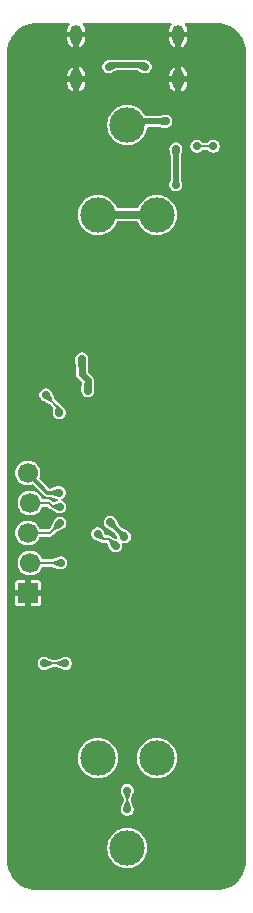
<source format=gbr>
%TF.GenerationSoftware,KiCad,Pcbnew,9.0.6*%
%TF.CreationDate,2025-12-31T13:50:19-05:00*%
%TF.ProjectId,Photon,50686f74-6f6e-42e6-9b69-6361645f7063,1.3*%
%TF.SameCoordinates,Original*%
%TF.FileFunction,Copper,L2,Bot*%
%TF.FilePolarity,Positive*%
%FSLAX46Y46*%
G04 Gerber Fmt 4.6, Leading zero omitted, Abs format (unit mm)*
G04 Created by KiCad (PCBNEW 9.0.6) date 2025-12-31 13:50:19*
%MOMM*%
%LPD*%
G01*
G04 APERTURE LIST*
%TA.AperFunction,ComponentPad*%
%ADD10C,3.000000*%
%TD*%
%TA.AperFunction,HeatsinkPad*%
%ADD11O,1.000000X1.700000*%
%TD*%
%TA.AperFunction,ComponentPad*%
%ADD12R,1.700000X1.700000*%
%TD*%
%TA.AperFunction,ComponentPad*%
%ADD13C,1.700000*%
%TD*%
%TA.AperFunction,ViaPad*%
%ADD14C,0.700000*%
%TD*%
%TA.AperFunction,Conductor*%
%ADD15C,0.700000*%
%TD*%
%TA.AperFunction,Conductor*%
%ADD16C,0.200000*%
%TD*%
%TA.AperFunction,Conductor*%
%ADD17C,0.500000*%
%TD*%
%TA.AperFunction,Conductor*%
%ADD18C,0.600000*%
%TD*%
%TA.AperFunction,Conductor*%
%ADD19C,0.300000*%
%TD*%
G04 APERTURE END LIST*
D10*
%TO.P,BT1,2,-*%
%TO.N,/Bat-*%
X52878800Y-90668000D03*
X50378800Y-83068000D03*
X55378800Y-83068000D03*
%TO.P,BT1,1,+*%
%TO.N,+BATT*%
X50378800Y-37068000D03*
X55378800Y-37068000D03*
X52878800Y-29468000D03*
%TD*%
D11*
%TO.P,J1,S1,SHIELD*%
%TO.N,GND*%
X57198800Y-25606000D03*
X57198800Y-21806000D03*
X48558800Y-25606000D03*
X48558800Y-21806000D03*
%TD*%
D12*
%TO.P,J2,1,Pin_1*%
%TO.N,GND*%
X44450000Y-69088000D03*
D13*
%TO.P,J2,2,Pin_2*%
%TO.N,/SWC*%
X44650000Y-66548000D03*
%TO.P,J2,3,Pin_3*%
%TO.N,/SWD*%
X44450000Y-64008000D03*
%TO.P,J2,4,Pin_4*%
%TO.N,/NRST*%
X44650000Y-61468000D03*
%TO.P,J2,5,Pin_5*%
%TO.N,+3V3*%
X44450000Y-58928000D03*
%TD*%
D14*
%TO.N,GND*%
X52878800Y-32914400D03*
%TO.N,/CHRG*%
X58779350Y-31270657D03*
X60169343Y-31270657D03*
%TO.N,+BATT*%
X56997600Y-31496000D03*
X56153800Y-29159400D03*
X56997600Y-34544000D03*
%TO.N,/VM*%
X52878800Y-87414000D03*
X52878800Y-85814000D03*
%TO.N,/LED1_EN*%
X45972603Y-52322603D03*
X47128000Y-53848000D03*
%TO.N,GND*%
X43434000Y-32766000D03*
X49149000Y-54483000D03*
X55626000Y-24526000D03*
X62484000Y-53340000D03*
X52705000Y-55626000D03*
X53848000Y-58928000D03*
X51816000Y-51816000D03*
X52070000Y-53848000D03*
X57150000Y-27432000D03*
X59690000Y-82550000D03*
X57658000Y-58674000D03*
X56642000Y-62230000D03*
X50546000Y-51816000D03*
X60706000Y-34544000D03*
X45212000Y-80772000D03*
X47892500Y-79248000D03*
X62484000Y-43688000D03*
X43688000Y-23114000D03*
X43942000Y-84582000D03*
X47498000Y-64897000D03*
X50128800Y-24526000D03*
X48006000Y-33782000D03*
X55372000Y-66548000D03*
X61976000Y-88392000D03*
X43688000Y-24638000D03*
X47244000Y-38872000D03*
X62484000Y-80010000D03*
X48514000Y-27432000D03*
X57658000Y-73914000D03*
X52832000Y-21844000D03*
X52878800Y-82296000D03*
X43434000Y-31242000D03*
X60452000Y-73914000D03*
X52578000Y-77724000D03*
X52324000Y-50292000D03*
X60960000Y-63246000D03*
X49149000Y-55880000D03*
X48260000Y-92710000D03*
X47062428Y-45820724D03*
X54864000Y-51308000D03*
X44450000Y-70866000D03*
X46990000Y-50546000D03*
X44450000Y-39878000D03*
X43942000Y-52324000D03*
X58420000Y-92456000D03*
X50800000Y-50292000D03*
X53086000Y-51816000D03*
X56388000Y-80010000D03*
X56763500Y-85686800D03*
X53848000Y-50292000D03*
%TO.N,/NRST*%
X47161000Y-61805000D03*
%TO.N,/LED2_EN*%
X47639116Y-75057000D03*
X45836000Y-75057000D03*
%TO.N,/SWC*%
X47244000Y-66548000D03*
%TO.N,+3V3*%
X47128000Y-60593980D03*
X52641539Y-64325539D03*
X51435766Y-63119768D03*
%TO.N,/VBAT_SYS*%
X49537620Y-51965620D03*
X49022000Y-49273206D03*
%TO.N,/SWD*%
X47161000Y-63163000D03*
%TO.N,5V*%
X54398800Y-24526000D03*
X51308000Y-24526000D03*
%TO.N,/BTN*%
X50368219Y-64084219D03*
X51883065Y-65091065D03*
%TO.N,GND*%
X62484000Y-66294000D03*
%TD*%
D15*
%TO.N,+BATT*%
X50378800Y-37068000D02*
X55378800Y-37068000D01*
D16*
%TO.N,/CHRG*%
X60169343Y-31270657D02*
X58779350Y-31270657D01*
D17*
%TO.N,+BATT*%
X56997600Y-34544000D02*
X56997600Y-31496000D01*
X56153800Y-29159400D02*
X53187400Y-29159400D01*
D18*
X53570200Y-29159400D02*
X52878800Y-28468000D01*
D17*
X53187400Y-29159400D02*
X52878800Y-29468000D01*
D16*
%TO.N,/VM*%
X52878800Y-85814000D02*
X52878800Y-87414000D01*
%TO.N,/LED1_EN*%
X45972603Y-52322603D02*
X47128000Y-53478000D01*
X47128000Y-53478000D02*
X47128000Y-53848000D01*
%TO.N,/NRST*%
X47161000Y-61805000D02*
X47078000Y-61722000D01*
X47078000Y-61722000D02*
X46482000Y-61722000D01*
X46482000Y-61722000D02*
X46228000Y-61468000D01*
X46228000Y-61468000D02*
X44650000Y-61468000D01*
%TO.N,/LED2_EN*%
X47639116Y-74930000D02*
X47639116Y-74806000D01*
X47639116Y-75057000D02*
X45836000Y-75057000D01*
%TO.N,/SWC*%
X47244000Y-66548000D02*
X44650000Y-66548000D01*
D19*
%TO.N,+3V3*%
X47128000Y-60593980D02*
X46115980Y-60593980D01*
X52641537Y-64325539D02*
X51435766Y-63119768D01*
X46115980Y-60593980D02*
X44450000Y-58928000D01*
X52641539Y-64325539D02*
X52641537Y-64325539D01*
D18*
%TO.N,/VBAT_SYS*%
X49530000Y-51958000D02*
X49537620Y-51965620D01*
X49530000Y-51039000D02*
X49530000Y-51958000D01*
X49022000Y-50531000D02*
X49530000Y-51039000D01*
X49022000Y-49273206D02*
X49022000Y-50531000D01*
D16*
%TO.N,/SWD*%
X46316000Y-64008000D02*
X44450000Y-64008000D01*
X47161000Y-63163000D02*
X46316000Y-64008000D01*
D17*
%TO.N,5V*%
X51450000Y-24384000D02*
X51308000Y-24526000D01*
X54398800Y-24526000D02*
X54256800Y-24384000D01*
X54256800Y-24384000D02*
X51450000Y-24384000D01*
D16*
%TO.N,/BTN*%
X50368219Y-64084219D02*
X50800000Y-64516000D01*
X50800000Y-64516000D02*
X51308000Y-64516000D01*
X51308000Y-64516000D02*
X51883065Y-65091065D01*
%TD*%
%TA.AperFunction,Conductor*%
%TO.N,GND*%
G36*
X47954385Y-20839407D02*
G01*
X47990349Y-20888907D01*
X47990349Y-20950093D01*
X47978510Y-20974501D01*
X47894158Y-21100742D01*
X47837623Y-21237229D01*
X47837621Y-21237235D01*
X47808800Y-21382128D01*
X47808800Y-21555999D01*
X47808801Y-21556000D01*
X48308800Y-21556000D01*
X48308800Y-22056001D01*
X48308799Y-22056000D01*
X47808801Y-22056000D01*
X47808800Y-22056001D01*
X47808800Y-22229871D01*
X47837621Y-22374764D01*
X47837623Y-22374770D01*
X47894158Y-22511257D01*
X47976234Y-22634093D01*
X48080706Y-22738565D01*
X48203544Y-22820642D01*
X48308799Y-22864240D01*
X48308800Y-22864239D01*
X48308800Y-22205728D01*
X48346860Y-22297614D01*
X48417186Y-22367940D01*
X48509072Y-22406000D01*
X48608528Y-22406000D01*
X48700414Y-22367940D01*
X48770740Y-22297614D01*
X48808800Y-22205728D01*
X48808800Y-22864240D01*
X48914055Y-22820642D01*
X49036893Y-22738565D01*
X49141365Y-22634093D01*
X49223441Y-22511257D01*
X49279976Y-22374770D01*
X49279978Y-22374764D01*
X49308799Y-22229871D01*
X49308800Y-22229867D01*
X49308800Y-22056001D01*
X49308799Y-22056000D01*
X48808801Y-22056000D01*
X48808800Y-22056001D01*
X48808800Y-21556000D01*
X49308799Y-21556000D01*
X49308800Y-21555999D01*
X49308800Y-21382132D01*
X49308799Y-21382128D01*
X49279978Y-21237235D01*
X49279976Y-21237229D01*
X49223441Y-21100742D01*
X49139090Y-20974501D01*
X49122482Y-20915613D01*
X49143660Y-20858209D01*
X49194534Y-20824217D01*
X49221406Y-20820500D01*
X56536194Y-20820500D01*
X56594385Y-20839407D01*
X56630349Y-20888907D01*
X56630349Y-20950093D01*
X56618510Y-20974501D01*
X56534158Y-21100742D01*
X56477623Y-21237229D01*
X56477621Y-21237235D01*
X56448800Y-21382128D01*
X56448800Y-21555999D01*
X56448801Y-21556000D01*
X56948800Y-21556000D01*
X56948800Y-22056001D01*
X56948799Y-22056000D01*
X56448801Y-22056000D01*
X56448800Y-22056001D01*
X56448800Y-22229871D01*
X56477621Y-22374764D01*
X56477623Y-22374770D01*
X56534158Y-22511257D01*
X56616234Y-22634093D01*
X56720706Y-22738565D01*
X56843544Y-22820642D01*
X56948799Y-22864240D01*
X56948800Y-22864239D01*
X56948800Y-22205728D01*
X56986860Y-22297614D01*
X57057186Y-22367940D01*
X57149072Y-22406000D01*
X57248528Y-22406000D01*
X57340414Y-22367940D01*
X57410740Y-22297614D01*
X57448800Y-22205728D01*
X57448800Y-22864240D01*
X57554055Y-22820642D01*
X57676893Y-22738565D01*
X57781365Y-22634093D01*
X57863441Y-22511257D01*
X57919976Y-22374770D01*
X57919978Y-22374764D01*
X57948799Y-22229871D01*
X57948800Y-22229867D01*
X57948800Y-22056001D01*
X57948799Y-22056000D01*
X57448801Y-22056000D01*
X57448800Y-22056001D01*
X57448800Y-21556000D01*
X57948799Y-21556000D01*
X57948800Y-21555999D01*
X57948800Y-21382132D01*
X57948799Y-21382128D01*
X57919978Y-21237235D01*
X57919976Y-21237229D01*
X57863441Y-21100742D01*
X57779090Y-20974501D01*
X57762482Y-20915613D01*
X57783660Y-20858209D01*
X57834534Y-20824217D01*
X57861406Y-20820500D01*
X60386108Y-20820500D01*
X60449015Y-20820500D01*
X60454992Y-20820681D01*
X60747309Y-20838362D01*
X60759164Y-20839802D01*
X61044281Y-20892051D01*
X61055883Y-20894911D01*
X61332623Y-20981147D01*
X61343786Y-20985380D01*
X61600109Y-21100742D01*
X61608119Y-21104347D01*
X61618704Y-21109903D01*
X61866758Y-21259856D01*
X61876583Y-21266638D01*
X62054813Y-21406272D01*
X62104755Y-21445399D01*
X62113704Y-21453326D01*
X62318673Y-21658295D01*
X62326600Y-21667244D01*
X62447481Y-21821538D01*
X62505356Y-21895409D01*
X62512147Y-21905248D01*
X62662096Y-22153295D01*
X62667652Y-22163880D01*
X62786616Y-22428206D01*
X62790855Y-22439384D01*
X62877087Y-22716113D01*
X62879948Y-22727721D01*
X62932196Y-23012828D01*
X62933637Y-23024695D01*
X62951319Y-23317006D01*
X62951500Y-23322984D01*
X62951500Y-91739015D01*
X62951319Y-91744993D01*
X62933637Y-92037304D01*
X62932196Y-92049171D01*
X62879948Y-92334278D01*
X62877087Y-92345886D01*
X62790855Y-92622615D01*
X62786616Y-92633793D01*
X62667652Y-92898119D01*
X62662096Y-92908704D01*
X62512147Y-93156751D01*
X62505356Y-93166590D01*
X62326600Y-93394755D01*
X62318673Y-93403704D01*
X62113704Y-93608673D01*
X62104755Y-93616600D01*
X61876590Y-93795356D01*
X61866751Y-93802147D01*
X61618704Y-93952096D01*
X61608119Y-93957652D01*
X61343793Y-94076616D01*
X61332615Y-94080855D01*
X61055886Y-94167087D01*
X61044278Y-94169948D01*
X60759171Y-94222196D01*
X60747304Y-94223637D01*
X60476120Y-94240041D01*
X60455008Y-94241318D01*
X60449032Y-94241499D01*
X45214985Y-94241499D01*
X45209008Y-94241318D01*
X45185564Y-94239899D01*
X44916695Y-94223636D01*
X44904828Y-94222195D01*
X44619722Y-94169947D01*
X44608114Y-94167086D01*
X44331384Y-94080854D01*
X44320206Y-94076615D01*
X44055881Y-93957651D01*
X44045296Y-93952095D01*
X43884943Y-93855159D01*
X43797246Y-93802144D01*
X43787414Y-93795357D01*
X43559245Y-93616599D01*
X43550296Y-93608672D01*
X43345327Y-93403703D01*
X43337400Y-93394754D01*
X43216520Y-93240462D01*
X43158639Y-93166582D01*
X43151854Y-93156751D01*
X43001904Y-92908703D01*
X42996348Y-92898118D01*
X42877384Y-92633793D01*
X42873148Y-92622623D01*
X42786912Y-92345882D01*
X42784052Y-92334277D01*
X42774419Y-92281710D01*
X42731803Y-92049164D01*
X42730363Y-92037303D01*
X42712681Y-91744963D01*
X42712500Y-91738986D01*
X42712500Y-90556542D01*
X51178300Y-90556542D01*
X51178300Y-90779457D01*
X51207395Y-91000455D01*
X51207395Y-91000460D01*
X51265090Y-91215782D01*
X51350392Y-91421722D01*
X51350395Y-91421727D01*
X51461850Y-91614771D01*
X51461852Y-91614774D01*
X51597553Y-91791624D01*
X51755176Y-91949247D01*
X51932026Y-92084948D01*
X51932028Y-92084949D01*
X52125072Y-92196404D01*
X52125077Y-92196407D01*
X52269553Y-92256250D01*
X52331019Y-92281710D01*
X52546337Y-92339404D01*
X52767343Y-92368500D01*
X52767344Y-92368500D01*
X52990256Y-92368500D01*
X52990257Y-92368500D01*
X53211263Y-92339404D01*
X53426581Y-92281710D01*
X53556447Y-92227917D01*
X53632522Y-92196407D01*
X53632523Y-92196405D01*
X53632526Y-92196405D01*
X53825574Y-92084948D01*
X54002424Y-91949247D01*
X54160047Y-91791624D01*
X54295748Y-91614774D01*
X54407205Y-91421726D01*
X54492510Y-91215781D01*
X54550204Y-91000463D01*
X54579300Y-90779457D01*
X54579300Y-90556543D01*
X54550204Y-90335537D01*
X54492510Y-90120219D01*
X54476753Y-90082179D01*
X54407207Y-89914277D01*
X54407204Y-89914272D01*
X54295749Y-89721228D01*
X54295748Y-89721226D01*
X54160047Y-89544376D01*
X54002424Y-89386753D01*
X53825574Y-89251052D01*
X53825571Y-89251050D01*
X53632527Y-89139595D01*
X53632522Y-89139592D01*
X53426582Y-89054290D01*
X53331639Y-89028850D01*
X53211263Y-88996596D01*
X53211260Y-88996595D01*
X53211258Y-88996595D01*
X52990257Y-88967500D01*
X52767343Y-88967500D01*
X52767342Y-88967500D01*
X52546344Y-88996595D01*
X52546339Y-88996595D01*
X52331017Y-89054290D01*
X52125077Y-89139592D01*
X52125072Y-89139595D01*
X51932028Y-89251050D01*
X51755179Y-89386750D01*
X51597550Y-89544379D01*
X51461850Y-89721228D01*
X51350395Y-89914272D01*
X51350392Y-89914277D01*
X51265090Y-90120217D01*
X51207395Y-90335539D01*
X51207395Y-90335544D01*
X51178300Y-90556542D01*
X42712500Y-90556542D01*
X42712500Y-85741525D01*
X52328300Y-85741525D01*
X52328300Y-85886477D01*
X52344935Y-85948564D01*
X52346053Y-85952739D01*
X52349066Y-85969785D01*
X52354059Y-85982614D01*
X52355460Y-85987842D01*
X52355463Y-85987852D01*
X52365814Y-86026481D01*
X52365815Y-86026483D01*
X52378367Y-86048223D01*
X52384887Y-86061812D01*
X52571557Y-86541381D01*
X52578300Y-86577291D01*
X52578300Y-86650706D01*
X52571557Y-86686617D01*
X52384887Y-87166187D01*
X52378367Y-87179776D01*
X52365815Y-87201516D01*
X52355466Y-87240134D01*
X52354063Y-87245374D01*
X52349066Y-87258214D01*
X52343383Y-87274898D01*
X52342817Y-87276827D01*
X52341159Y-87282810D01*
X52340784Y-87294928D01*
X52337813Y-87306020D01*
X52337811Y-87306022D01*
X52328300Y-87341521D01*
X52328300Y-87486474D01*
X52365817Y-87626489D01*
X52438287Y-87752010D01*
X52438289Y-87752012D01*
X52438291Y-87752015D01*
X52540785Y-87854509D01*
X52540787Y-87854510D01*
X52540789Y-87854512D01*
X52666311Y-87926982D01*
X52666312Y-87926982D01*
X52666315Y-87926984D01*
X52806325Y-87964500D01*
X52806326Y-87964500D01*
X52951274Y-87964500D01*
X52951275Y-87964500D01*
X53091285Y-87926984D01*
X53091287Y-87926982D01*
X53091289Y-87926982D01*
X53216810Y-87854512D01*
X53216810Y-87854511D01*
X53216815Y-87854509D01*
X53319309Y-87752015D01*
X53391784Y-87626485D01*
X53429300Y-87486475D01*
X53429300Y-87341525D01*
X53411546Y-87275267D01*
X53408533Y-87258214D01*
X53403538Y-87245382D01*
X53402135Y-87240145D01*
X53402135Y-87240143D01*
X53391784Y-87201516D01*
X53391784Y-87201515D01*
X53379227Y-87179766D01*
X53372711Y-87166185D01*
X53186043Y-86686617D01*
X53179300Y-86650707D01*
X53179300Y-86577291D01*
X53186043Y-86541381D01*
X53372709Y-86061818D01*
X53379229Y-86048230D01*
X53391784Y-86026485D01*
X53402138Y-85987844D01*
X53403540Y-85982610D01*
X53408533Y-85969785D01*
X53414216Y-85953101D01*
X53414782Y-85951172D01*
X53416440Y-85945189D01*
X53416813Y-85933076D01*
X53429300Y-85886475D01*
X53429300Y-85741525D01*
X53391784Y-85601515D01*
X53391782Y-85601512D01*
X53391782Y-85601510D01*
X53319312Y-85475989D01*
X53319310Y-85475987D01*
X53319309Y-85475985D01*
X53216815Y-85373491D01*
X53216812Y-85373489D01*
X53216810Y-85373487D01*
X53091288Y-85301017D01*
X53091289Y-85301017D01*
X53061696Y-85293087D01*
X52951275Y-85263500D01*
X52806325Y-85263500D01*
X52744590Y-85280041D01*
X52666310Y-85301017D01*
X52540789Y-85373487D01*
X52438287Y-85475989D01*
X52365817Y-85601510D01*
X52328300Y-85741525D01*
X42712500Y-85741525D01*
X42712500Y-82956542D01*
X48678300Y-82956542D01*
X48678300Y-83179457D01*
X48707395Y-83400455D01*
X48707395Y-83400460D01*
X48765090Y-83615782D01*
X48850392Y-83821722D01*
X48850395Y-83821727D01*
X48961850Y-84014771D01*
X48961852Y-84014774D01*
X49097553Y-84191624D01*
X49255176Y-84349247D01*
X49432026Y-84484948D01*
X49432028Y-84484949D01*
X49625072Y-84596404D01*
X49625077Y-84596407D01*
X49792979Y-84665953D01*
X49831019Y-84681710D01*
X50046337Y-84739404D01*
X50267343Y-84768500D01*
X50267344Y-84768500D01*
X50490256Y-84768500D01*
X50490257Y-84768500D01*
X50711263Y-84739404D01*
X50926581Y-84681710D01*
X51056447Y-84627917D01*
X51132522Y-84596407D01*
X51132523Y-84596405D01*
X51132526Y-84596405D01*
X51325574Y-84484948D01*
X51502424Y-84349247D01*
X51660047Y-84191624D01*
X51795748Y-84014774D01*
X51907205Y-83821726D01*
X51992510Y-83615781D01*
X52050204Y-83400463D01*
X52079300Y-83179457D01*
X52079300Y-82956543D01*
X52079300Y-82956542D01*
X53678300Y-82956542D01*
X53678300Y-83179457D01*
X53707395Y-83400455D01*
X53707395Y-83400460D01*
X53765090Y-83615782D01*
X53850392Y-83821722D01*
X53850395Y-83821727D01*
X53961850Y-84014771D01*
X53961852Y-84014774D01*
X54097553Y-84191624D01*
X54255176Y-84349247D01*
X54432026Y-84484948D01*
X54432028Y-84484949D01*
X54625072Y-84596404D01*
X54625077Y-84596407D01*
X54792979Y-84665953D01*
X54831019Y-84681710D01*
X55046337Y-84739404D01*
X55267343Y-84768500D01*
X55267344Y-84768500D01*
X55490256Y-84768500D01*
X55490257Y-84768500D01*
X55711263Y-84739404D01*
X55926581Y-84681710D01*
X56056447Y-84627917D01*
X56132522Y-84596407D01*
X56132523Y-84596405D01*
X56132526Y-84596405D01*
X56325574Y-84484948D01*
X56502424Y-84349247D01*
X56660047Y-84191624D01*
X56795748Y-84014774D01*
X56907205Y-83821726D01*
X56992510Y-83615781D01*
X57050204Y-83400463D01*
X57079300Y-83179457D01*
X57079300Y-82956543D01*
X57050204Y-82735537D01*
X56992510Y-82520219D01*
X56976753Y-82482179D01*
X56907207Y-82314277D01*
X56907204Y-82314272D01*
X56795749Y-82121228D01*
X56795748Y-82121226D01*
X56660047Y-81944376D01*
X56502424Y-81786753D01*
X56325574Y-81651052D01*
X56325571Y-81651050D01*
X56132527Y-81539595D01*
X56132522Y-81539592D01*
X55926582Y-81454290D01*
X55831639Y-81428850D01*
X55711263Y-81396596D01*
X55711260Y-81396595D01*
X55711258Y-81396595D01*
X55490257Y-81367500D01*
X55267343Y-81367500D01*
X55267342Y-81367500D01*
X55046344Y-81396595D01*
X55046339Y-81396595D01*
X54831017Y-81454290D01*
X54625077Y-81539592D01*
X54625072Y-81539595D01*
X54432028Y-81651050D01*
X54255179Y-81786750D01*
X54097550Y-81944379D01*
X53961850Y-82121228D01*
X53850395Y-82314272D01*
X53850392Y-82314277D01*
X53765090Y-82520217D01*
X53707395Y-82735539D01*
X53707395Y-82735544D01*
X53678300Y-82956542D01*
X52079300Y-82956542D01*
X52050204Y-82735537D01*
X51992510Y-82520219D01*
X51976753Y-82482179D01*
X51907207Y-82314277D01*
X51907204Y-82314272D01*
X51795749Y-82121228D01*
X51795748Y-82121226D01*
X51660047Y-81944376D01*
X51502424Y-81786753D01*
X51325574Y-81651052D01*
X51325571Y-81651050D01*
X51132527Y-81539595D01*
X51132522Y-81539592D01*
X50926582Y-81454290D01*
X50831639Y-81428850D01*
X50711263Y-81396596D01*
X50711260Y-81396595D01*
X50711258Y-81396595D01*
X50490257Y-81367500D01*
X50267343Y-81367500D01*
X50267342Y-81367500D01*
X50046344Y-81396595D01*
X50046339Y-81396595D01*
X49831017Y-81454290D01*
X49625077Y-81539592D01*
X49625072Y-81539595D01*
X49432028Y-81651050D01*
X49255179Y-81786750D01*
X49097550Y-81944379D01*
X48961850Y-82121228D01*
X48850395Y-82314272D01*
X48850392Y-82314277D01*
X48765090Y-82520217D01*
X48707395Y-82735539D01*
X48707395Y-82735544D01*
X48678300Y-82956542D01*
X42712500Y-82956542D01*
X42712500Y-74984525D01*
X45285500Y-74984525D01*
X45285500Y-75129474D01*
X45323017Y-75269489D01*
X45395487Y-75395010D01*
X45395489Y-75395012D01*
X45395491Y-75395015D01*
X45497985Y-75497509D01*
X45497987Y-75497510D01*
X45497989Y-75497512D01*
X45623511Y-75569982D01*
X45623512Y-75569982D01*
X45623515Y-75569984D01*
X45763525Y-75607500D01*
X45763526Y-75607500D01*
X45908474Y-75607500D01*
X45908475Y-75607500D01*
X45974734Y-75589745D01*
X45991785Y-75586733D01*
X46004614Y-75581739D01*
X46048485Y-75569984D01*
X46070235Y-75557425D01*
X46083813Y-75550911D01*
X46563382Y-75364243D01*
X46599292Y-75357500D01*
X46875823Y-75357500D01*
X46911733Y-75364243D01*
X47391301Y-75550911D01*
X47398345Y-75553653D01*
X47426631Y-75569984D01*
X47470498Y-75581738D01*
X47478284Y-75584768D01*
X47483321Y-75586730D01*
X47483330Y-75586733D01*
X47500014Y-75592416D01*
X47501943Y-75592982D01*
X47507926Y-75594640D01*
X47508556Y-75594659D01*
X47531131Y-75597985D01*
X47566641Y-75607500D01*
X47566642Y-75607500D01*
X47711590Y-75607500D01*
X47711591Y-75607500D01*
X47851601Y-75569984D01*
X47851603Y-75569982D01*
X47851605Y-75569982D01*
X47977126Y-75497512D01*
X47977126Y-75497511D01*
X47977131Y-75497509D01*
X48079625Y-75395015D01*
X48097391Y-75364243D01*
X48152098Y-75269489D01*
X48152098Y-75269487D01*
X48152100Y-75269485D01*
X48189616Y-75129475D01*
X48189616Y-74984525D01*
X48152100Y-74844515D01*
X48152098Y-74844512D01*
X48152098Y-74844510D01*
X48079628Y-74718989D01*
X48079626Y-74718987D01*
X48079625Y-74718985D01*
X47977131Y-74616491D01*
X47977128Y-74616489D01*
X47977126Y-74616487D01*
X47851604Y-74544017D01*
X47851605Y-74544017D01*
X47800405Y-74530298D01*
X47711591Y-74506500D01*
X47711590Y-74506500D01*
X47682410Y-74506500D01*
X47678678Y-74505500D01*
X47599554Y-74505500D01*
X47595822Y-74506500D01*
X47566641Y-74506500D01*
X47504547Y-74523136D01*
X47504548Y-74523137D01*
X47500383Y-74524252D01*
X47483330Y-74527266D01*
X47470488Y-74532263D01*
X47465253Y-74533666D01*
X47465252Y-74533665D01*
X47426631Y-74544015D01*
X47426630Y-74544016D01*
X47404893Y-74556565D01*
X47391307Y-74563084D01*
X46911730Y-74749757D01*
X46875819Y-74756500D01*
X46599294Y-74756500D01*
X46563383Y-74749757D01*
X46083811Y-74563085D01*
X46083811Y-74563086D01*
X46076767Y-74560344D01*
X46048485Y-74544016D01*
X46004622Y-74532262D01*
X45994924Y-74528488D01*
X45991760Y-74527256D01*
X45975125Y-74521591D01*
X45975121Y-74521589D01*
X45975101Y-74521583D01*
X45973480Y-74521107D01*
X45973142Y-74521008D01*
X45967186Y-74519358D01*
X45967189Y-74519358D01*
X45966545Y-74519339D01*
X45943979Y-74516013D01*
X45908475Y-74506500D01*
X45763525Y-74506500D01*
X45707235Y-74521583D01*
X45623510Y-74544017D01*
X45497989Y-74616487D01*
X45395487Y-74718989D01*
X45323017Y-74844510D01*
X45285500Y-74984525D01*
X42712500Y-74984525D01*
X42712500Y-68213375D01*
X43350000Y-68213375D01*
X43350000Y-68837999D01*
X43350001Y-68838000D01*
X44016988Y-68838000D01*
X43984075Y-68895007D01*
X43950000Y-69022174D01*
X43950000Y-69153826D01*
X43984075Y-69280993D01*
X44016988Y-69338000D01*
X43350001Y-69338000D01*
X43350000Y-69338001D01*
X43350000Y-69962624D01*
X43364506Y-70035546D01*
X43364507Y-70035548D01*
X43419758Y-70118237D01*
X43419762Y-70118241D01*
X43502451Y-70173492D01*
X43502453Y-70173493D01*
X43575375Y-70187999D01*
X43575377Y-70188000D01*
X44199999Y-70188000D01*
X44200000Y-70187999D01*
X44200000Y-69521012D01*
X44257007Y-69553925D01*
X44384174Y-69588000D01*
X44515826Y-69588000D01*
X44642993Y-69553925D01*
X44700000Y-69521012D01*
X44700000Y-70187999D01*
X44700001Y-70188000D01*
X45324623Y-70188000D01*
X45324624Y-70187999D01*
X45397546Y-70173493D01*
X45397548Y-70173492D01*
X45480237Y-70118241D01*
X45480241Y-70118237D01*
X45535492Y-70035548D01*
X45535493Y-70035546D01*
X45549999Y-69962624D01*
X45550000Y-69962622D01*
X45550000Y-69338001D01*
X45549999Y-69338000D01*
X44883012Y-69338000D01*
X44915925Y-69280993D01*
X44950000Y-69153826D01*
X44950000Y-69022174D01*
X44915925Y-68895007D01*
X44883012Y-68838000D01*
X45549999Y-68838000D01*
X45550000Y-68837999D01*
X45550000Y-68213377D01*
X45549999Y-68213375D01*
X45535493Y-68140453D01*
X45535492Y-68140451D01*
X45480241Y-68057762D01*
X45480237Y-68057758D01*
X45397548Y-68002507D01*
X45397546Y-68002506D01*
X45324624Y-67988000D01*
X44700001Y-67988000D01*
X44700000Y-67988001D01*
X44700000Y-68654988D01*
X44642993Y-68622075D01*
X44515826Y-68588000D01*
X44384174Y-68588000D01*
X44257007Y-68622075D01*
X44200000Y-68654988D01*
X44200000Y-67988001D01*
X44199999Y-67988000D01*
X43575375Y-67988000D01*
X43502453Y-68002506D01*
X43502451Y-68002507D01*
X43419762Y-68057758D01*
X43419758Y-68057762D01*
X43364507Y-68140451D01*
X43364506Y-68140453D01*
X43350000Y-68213375D01*
X42712500Y-68213375D01*
X42712500Y-66444532D01*
X43599500Y-66444532D01*
X43599500Y-66651467D01*
X43639869Y-66854418D01*
X43719058Y-67045597D01*
X43834020Y-67217651D01*
X43834023Y-67217655D01*
X43980345Y-67363977D01*
X44152402Y-67478941D01*
X44343580Y-67558130D01*
X44546535Y-67598500D01*
X44546536Y-67598500D01*
X44753464Y-67598500D01*
X44753465Y-67598500D01*
X44956420Y-67558130D01*
X45147598Y-67478941D01*
X45319655Y-67363977D01*
X45465977Y-67217655D01*
X45580941Y-67045598D01*
X45637268Y-66909614D01*
X45677005Y-66863088D01*
X45728732Y-66848500D01*
X46480707Y-66848500D01*
X46516617Y-66855243D01*
X46996185Y-67041911D01*
X47003229Y-67044653D01*
X47031515Y-67060984D01*
X47075382Y-67072738D01*
X47083168Y-67075768D01*
X47088205Y-67077730D01*
X47088214Y-67077733D01*
X47104898Y-67083416D01*
X47106827Y-67083982D01*
X47112810Y-67085640D01*
X47113440Y-67085659D01*
X47136015Y-67088985D01*
X47171525Y-67098500D01*
X47171526Y-67098500D01*
X47316474Y-67098500D01*
X47316475Y-67098500D01*
X47456485Y-67060984D01*
X47456487Y-67060982D01*
X47456489Y-67060982D01*
X47582010Y-66988512D01*
X47582010Y-66988511D01*
X47582015Y-66988509D01*
X47684509Y-66886015D01*
X47702275Y-66855243D01*
X47756982Y-66760489D01*
X47756982Y-66760487D01*
X47756984Y-66760485D01*
X47794500Y-66620475D01*
X47794500Y-66475525D01*
X47756984Y-66335515D01*
X47756982Y-66335512D01*
X47756982Y-66335510D01*
X47684512Y-66209989D01*
X47684510Y-66209987D01*
X47684509Y-66209985D01*
X47582015Y-66107491D01*
X47582012Y-66107489D01*
X47582010Y-66107487D01*
X47456488Y-66035017D01*
X47456489Y-66035017D01*
X47393974Y-66018266D01*
X47316475Y-65997500D01*
X47171525Y-65997500D01*
X47109431Y-66014136D01*
X47109432Y-66014137D01*
X47105267Y-66015252D01*
X47088214Y-66018266D01*
X47075372Y-66023263D01*
X47070137Y-66024666D01*
X47070136Y-66024665D01*
X47031515Y-66035015D01*
X47031514Y-66035016D01*
X47009777Y-66047565D01*
X46996191Y-66054084D01*
X46516614Y-66240757D01*
X46480703Y-66247500D01*
X45728732Y-66247500D01*
X45670541Y-66228593D01*
X45637268Y-66186386D01*
X45580941Y-66050402D01*
X45465979Y-65878348D01*
X45465977Y-65878345D01*
X45319655Y-65732023D01*
X45319651Y-65732020D01*
X45147597Y-65617058D01*
X44956418Y-65537869D01*
X44753467Y-65497500D01*
X44753465Y-65497500D01*
X44546535Y-65497500D01*
X44546532Y-65497500D01*
X44343581Y-65537869D01*
X44152402Y-65617058D01*
X43980348Y-65732020D01*
X43834020Y-65878348D01*
X43719058Y-66050402D01*
X43639869Y-66241581D01*
X43599500Y-66444532D01*
X42712500Y-66444532D01*
X42712500Y-63904532D01*
X43399500Y-63904532D01*
X43399500Y-64111467D01*
X43439869Y-64314418D01*
X43519058Y-64505597D01*
X43624601Y-64663554D01*
X43634023Y-64677655D01*
X43780345Y-64823977D01*
X43952402Y-64938941D01*
X44143580Y-65018130D01*
X44346535Y-65058500D01*
X44346536Y-65058500D01*
X44553464Y-65058500D01*
X44553465Y-65058500D01*
X44756420Y-65018130D01*
X44947598Y-64938941D01*
X45119655Y-64823977D01*
X45265977Y-64677655D01*
X45380941Y-64505598D01*
X45425504Y-64398014D01*
X45437268Y-64369614D01*
X45477005Y-64323088D01*
X45528732Y-64308500D01*
X46355563Y-64308500D01*
X46355563Y-64308499D01*
X46431989Y-64288021D01*
X46500511Y-64248460D01*
X46533471Y-64215500D01*
X46556461Y-64192511D01*
X46639066Y-64109904D01*
X46737225Y-64011744D01*
X49817719Y-64011744D01*
X49817719Y-64156693D01*
X49855236Y-64296708D01*
X49927706Y-64422229D01*
X49927708Y-64422231D01*
X49927710Y-64422234D01*
X50030204Y-64524728D01*
X50155734Y-64597203D01*
X50218586Y-64614043D01*
X50241226Y-64623232D01*
X50246562Y-64626212D01*
X50246564Y-64626212D01*
X50246567Y-64626214D01*
X50415576Y-64680888D01*
X50576698Y-64733010D01*
X50609775Y-64753250D01*
X50610343Y-64752511D01*
X50615493Y-64756463D01*
X50684008Y-64796020D01*
X50684006Y-64796020D01*
X50684010Y-64796021D01*
X50684012Y-64796022D01*
X50760438Y-64816500D01*
X50760440Y-64816500D01*
X50856661Y-64816500D01*
X50859426Y-64816795D01*
X50861162Y-64816500D01*
X51096752Y-64816500D01*
X51154943Y-64835407D01*
X51187380Y-64875657D01*
X51358585Y-65265084D01*
X51363583Y-65279302D01*
X51370081Y-65303550D01*
X51370082Y-65303553D01*
X51390071Y-65338175D01*
X51390072Y-65338175D01*
X51392785Y-65342874D01*
X51398330Y-65355487D01*
X51406167Y-65371408D01*
X51407132Y-65373172D01*
X51410121Y-65378449D01*
X51418422Y-65387280D01*
X51424162Y-65397222D01*
X51442553Y-65429075D01*
X51442556Y-65429080D01*
X51545050Y-65531574D01*
X51545052Y-65531575D01*
X51545054Y-65531577D01*
X51670576Y-65604047D01*
X51670577Y-65604047D01*
X51670580Y-65604049D01*
X51810590Y-65641565D01*
X51810591Y-65641565D01*
X51955539Y-65641565D01*
X51955540Y-65641565D01*
X52095550Y-65604049D01*
X52095552Y-65604047D01*
X52095554Y-65604047D01*
X52221075Y-65531577D01*
X52221075Y-65531576D01*
X52221080Y-65531574D01*
X52323574Y-65429080D01*
X52396049Y-65303550D01*
X52433565Y-65163540D01*
X52433565Y-65018590D01*
X52426314Y-64991528D01*
X52429515Y-64930426D01*
X52468020Y-64882876D01*
X52527121Y-64867040D01*
X52547562Y-64870277D01*
X52569064Y-64876039D01*
X52714013Y-64876039D01*
X52714014Y-64876039D01*
X52854024Y-64838523D01*
X52854026Y-64838521D01*
X52854028Y-64838521D01*
X52979549Y-64766051D01*
X52979549Y-64766050D01*
X52979554Y-64766048D01*
X53082048Y-64663554D01*
X53103606Y-64626214D01*
X53154521Y-64538028D01*
X53154521Y-64538026D01*
X53154523Y-64538024D01*
X53192039Y-64398014D01*
X53192039Y-64253064D01*
X53154523Y-64113054D01*
X53154521Y-64113051D01*
X53154521Y-64113049D01*
X53082051Y-63987528D01*
X53082049Y-63987526D01*
X53082048Y-63987524D01*
X52979554Y-63885030D01*
X52979551Y-63885028D01*
X52979549Y-63885026D01*
X52945015Y-63865088D01*
X52932128Y-63856221D01*
X52920437Y-63846733D01*
X52920436Y-63846732D01*
X52450083Y-63598574D01*
X52379001Y-63561071D01*
X52355194Y-63543514D01*
X52217788Y-63406108D01*
X52200231Y-63382301D01*
X52177041Y-63338348D01*
X51914573Y-62840870D01*
X51909478Y-62831780D01*
X51908876Y-62830767D01*
X51905823Y-62827539D01*
X51892015Y-62809016D01*
X51876275Y-62781753D01*
X51773781Y-62679259D01*
X51773778Y-62679257D01*
X51773776Y-62679255D01*
X51648254Y-62606785D01*
X51648255Y-62606785D01*
X51618662Y-62598855D01*
X51508241Y-62569268D01*
X51363291Y-62569268D01*
X51301556Y-62585809D01*
X51223276Y-62606785D01*
X51097755Y-62679255D01*
X50995253Y-62781757D01*
X50922783Y-62907278D01*
X50885266Y-63047293D01*
X50885266Y-63192242D01*
X50922783Y-63332257D01*
X50995253Y-63457778D01*
X50995255Y-63457780D01*
X50995257Y-63457783D01*
X51097751Y-63560277D01*
X51116731Y-63571235D01*
X51132293Y-63580220D01*
X51136009Y-63584347D01*
X51145179Y-63589087D01*
X51156868Y-63598575D01*
X51698300Y-63884234D01*
X51722106Y-63901790D01*
X51859514Y-64039198D01*
X51877070Y-64063005D01*
X52036169Y-64364555D01*
X52046601Y-64424844D01*
X52019603Y-64479751D01*
X51965488Y-64508303D01*
X51908766Y-64501380D01*
X51673647Y-64398014D01*
X51585978Y-64359472D01*
X51555822Y-64338851D01*
X51492511Y-64275540D01*
X51482078Y-64269517D01*
X51453580Y-64253063D01*
X51453579Y-64253063D01*
X51423988Y-64235978D01*
X51347564Y-64215500D01*
X51347562Y-64215500D01*
X51086296Y-64215500D01*
X51028105Y-64196593D01*
X50995171Y-64155191D01*
X50892109Y-63912437D01*
X50881203Y-63871734D01*
X50857118Y-63830018D01*
X50853904Y-63822447D01*
X50845606Y-63805186D01*
X50844574Y-63803273D01*
X50840885Y-63796723D01*
X50840883Y-63796721D01*
X50837320Y-63791877D01*
X50837320Y-63791876D01*
X50837066Y-63791535D01*
X50835537Y-63790519D01*
X50834764Y-63788441D01*
X50827394Y-63778535D01*
X50808728Y-63746204D01*
X50706234Y-63643710D01*
X50706231Y-63643708D01*
X50706229Y-63643706D01*
X50580707Y-63571236D01*
X50580708Y-63571236D01*
X50516722Y-63554091D01*
X50440694Y-63533719D01*
X50295744Y-63533719D01*
X50259189Y-63543514D01*
X50155729Y-63571236D01*
X50030208Y-63643706D01*
X49927706Y-63746208D01*
X49855236Y-63871729D01*
X49817719Y-64011744D01*
X46737225Y-64011744D01*
X46833760Y-63915209D01*
X46863911Y-63894592D01*
X47335016Y-63687478D01*
X47349224Y-63682484D01*
X47373485Y-63675984D01*
X47408122Y-63655986D01*
X47412819Y-63653273D01*
X47425422Y-63647734D01*
X47441343Y-63639897D01*
X47443107Y-63638932D01*
X47448384Y-63635943D01*
X47457213Y-63627643D01*
X47499015Y-63603509D01*
X47601509Y-63501015D01*
X47673984Y-63375485D01*
X47711500Y-63235475D01*
X47711500Y-63090525D01*
X47673984Y-62950515D01*
X47673982Y-62950512D01*
X47673982Y-62950510D01*
X47601512Y-62824989D01*
X47601510Y-62824987D01*
X47601509Y-62824985D01*
X47499015Y-62722491D01*
X47499012Y-62722489D01*
X47499010Y-62722487D01*
X47373488Y-62650017D01*
X47373489Y-62650017D01*
X47343896Y-62642087D01*
X47233475Y-62612500D01*
X47088525Y-62612500D01*
X47026790Y-62629041D01*
X46948510Y-62650017D01*
X46822989Y-62722487D01*
X46822984Y-62722491D01*
X46720494Y-62824980D01*
X46720491Y-62824984D01*
X46688348Y-62880653D01*
X46688349Y-62880654D01*
X46686194Y-62884387D01*
X46676266Y-62898576D01*
X46670720Y-62911187D01*
X46668015Y-62915874D01*
X46668012Y-62915880D01*
X46648015Y-62950517D01*
X46641518Y-62974763D01*
X46636520Y-62988981D01*
X46429406Y-63460085D01*
X46408782Y-63490245D01*
X46220526Y-63678503D01*
X46166010Y-63706281D01*
X46150522Y-63707500D01*
X45528732Y-63707500D01*
X45470541Y-63688593D01*
X45437268Y-63646386D01*
X45380941Y-63510402D01*
X45265979Y-63338348D01*
X45265977Y-63338345D01*
X45119655Y-63192023D01*
X45119651Y-63192020D01*
X44947597Y-63077058D01*
X44756418Y-62997869D01*
X44553467Y-62957500D01*
X44553465Y-62957500D01*
X44346535Y-62957500D01*
X44346532Y-62957500D01*
X44143581Y-62997869D01*
X43952402Y-63077058D01*
X43780348Y-63192020D01*
X43634020Y-63338348D01*
X43519058Y-63510402D01*
X43439869Y-63701581D01*
X43399500Y-63904532D01*
X42712500Y-63904532D01*
X42712500Y-58824532D01*
X43399500Y-58824532D01*
X43399500Y-59031467D01*
X43439869Y-59234418D01*
X43519058Y-59425597D01*
X43519059Y-59425598D01*
X43634023Y-59597655D01*
X43780345Y-59743977D01*
X43952402Y-59858941D01*
X44143580Y-59938130D01*
X44346535Y-59978500D01*
X44346536Y-59978500D01*
X44553464Y-59978500D01*
X44553465Y-59978500D01*
X44756420Y-59938130D01*
X44842402Y-59902513D01*
X44903398Y-59897713D01*
X44950292Y-59923974D01*
X45900768Y-60874450D01*
X45900770Y-60874451D01*
X45970057Y-60914455D01*
X45970066Y-60914458D01*
X45970068Y-60914460D01*
X45980692Y-60920594D01*
X46069836Y-60944480D01*
X46069837Y-60944480D01*
X46162124Y-60944480D01*
X46372548Y-60944480D01*
X46401796Y-60948899D01*
X46601366Y-61010614D01*
X46927276Y-61111400D01*
X46977284Y-61146655D01*
X46997018Y-61204571D01*
X46978941Y-61263025D01*
X46929959Y-61299690D01*
X46929621Y-61299805D01*
X46655018Y-61392270D01*
X46593836Y-61392921D01*
X46553422Y-61368450D01*
X46412510Y-61227539D01*
X46343992Y-61187980D01*
X46343988Y-61187978D01*
X46267564Y-61167500D01*
X46267562Y-61167500D01*
X45728732Y-61167500D01*
X45670541Y-61148593D01*
X45637268Y-61106386D01*
X45580941Y-60970402D01*
X45465979Y-60798348D01*
X45465977Y-60798345D01*
X45319655Y-60652023D01*
X45147598Y-60537059D01*
X45147599Y-60537059D01*
X45147597Y-60537058D01*
X44956418Y-60457869D01*
X44753467Y-60417500D01*
X44753465Y-60417500D01*
X44546535Y-60417500D01*
X44546532Y-60417500D01*
X44343581Y-60457869D01*
X44152402Y-60537058D01*
X43980348Y-60652020D01*
X43834020Y-60798348D01*
X43719058Y-60970402D01*
X43639869Y-61161581D01*
X43599500Y-61364532D01*
X43599500Y-61571467D01*
X43639869Y-61774418D01*
X43719058Y-61965597D01*
X43753731Y-62017489D01*
X43834023Y-62137655D01*
X43980345Y-62283977D01*
X44152402Y-62398941D01*
X44343580Y-62478130D01*
X44546535Y-62518500D01*
X44546536Y-62518500D01*
X44753464Y-62518500D01*
X44753465Y-62518500D01*
X44956420Y-62478130D01*
X45147598Y-62398941D01*
X45319655Y-62283977D01*
X45465977Y-62137655D01*
X45580941Y-61965598D01*
X45637268Y-61829614D01*
X45677005Y-61783088D01*
X45728732Y-61768500D01*
X46062521Y-61768500D01*
X46120712Y-61787407D01*
X46132525Y-61797496D01*
X46241540Y-61906511D01*
X46241539Y-61906511D01*
X46297486Y-61962457D01*
X46297489Y-61962460D01*
X46366011Y-62002021D01*
X46366013Y-62002021D01*
X46366014Y-62002022D01*
X46372006Y-62004504D01*
X46371851Y-62004875D01*
X46384419Y-62009932D01*
X46858008Y-62270839D01*
X46870530Y-62275117D01*
X46870563Y-62275129D01*
X46888048Y-62283073D01*
X46948515Y-62317984D01*
X47088525Y-62355500D01*
X47088526Y-62355500D01*
X47233474Y-62355500D01*
X47233475Y-62355500D01*
X47373485Y-62317984D01*
X47373487Y-62317982D01*
X47373489Y-62317982D01*
X47499010Y-62245512D01*
X47499010Y-62245511D01*
X47499015Y-62245509D01*
X47601509Y-62143015D01*
X47673984Y-62017485D01*
X47711500Y-61877475D01*
X47711500Y-61732525D01*
X47673984Y-61592515D01*
X47673982Y-61592512D01*
X47673982Y-61592510D01*
X47601512Y-61466989D01*
X47601510Y-61466987D01*
X47601509Y-61466985D01*
X47499015Y-61364491D01*
X47499012Y-61364489D01*
X47499010Y-61364487D01*
X47373488Y-61292017D01*
X47373487Y-61292016D01*
X47362887Y-61289176D01*
X47311574Y-61255850D01*
X47289649Y-61198728D01*
X47305486Y-61139628D01*
X47339013Y-61107813D01*
X47340482Y-61106964D01*
X47340485Y-61106964D01*
X47466015Y-61034489D01*
X47568509Y-60931995D01*
X47568512Y-60931990D01*
X47640982Y-60806469D01*
X47640982Y-60806467D01*
X47640984Y-60806465D01*
X47678500Y-60666455D01*
X47678500Y-60521505D01*
X47640984Y-60381495D01*
X47640982Y-60381492D01*
X47640982Y-60381490D01*
X47568512Y-60255969D01*
X47568510Y-60255967D01*
X47568509Y-60255965D01*
X47466015Y-60153471D01*
X47466012Y-60153469D01*
X47466010Y-60153467D01*
X47340488Y-60080997D01*
X47340489Y-60080997D01*
X47310896Y-60073067D01*
X47200475Y-60043480D01*
X47055525Y-60043480D01*
X47055522Y-60043480D01*
X47016999Y-60053802D01*
X47001614Y-60056644D01*
X46986644Y-60058200D01*
X46401793Y-60239061D01*
X46372545Y-60243480D01*
X46302170Y-60243480D01*
X46243979Y-60224573D01*
X46232166Y-60214484D01*
X45445974Y-59428292D01*
X45418197Y-59373775D01*
X45424513Y-59320403D01*
X45460130Y-59234420D01*
X45500500Y-59031465D01*
X45500500Y-58824535D01*
X45460130Y-58621580D01*
X45380941Y-58430402D01*
X45265977Y-58258345D01*
X45119655Y-58112023D01*
X44947598Y-57997059D01*
X44947599Y-57997059D01*
X44947597Y-57997058D01*
X44756418Y-57917869D01*
X44553467Y-57877500D01*
X44553465Y-57877500D01*
X44346535Y-57877500D01*
X44346532Y-57877500D01*
X44143581Y-57917869D01*
X43952402Y-57997058D01*
X43780348Y-58112020D01*
X43634020Y-58258348D01*
X43519058Y-58430402D01*
X43439869Y-58621581D01*
X43399500Y-58824532D01*
X42712500Y-58824532D01*
X42712500Y-52250128D01*
X45422103Y-52250128D01*
X45422103Y-52395078D01*
X45444484Y-52478604D01*
X45459620Y-52535092D01*
X45532090Y-52660613D01*
X45532092Y-52660615D01*
X45532094Y-52660618D01*
X45634588Y-52763112D01*
X45693997Y-52797412D01*
X45708180Y-52807337D01*
X45720790Y-52812880D01*
X45725483Y-52815590D01*
X45760114Y-52835585D01*
X45760115Y-52835585D01*
X45760118Y-52835587D01*
X45784374Y-52842086D01*
X45798586Y-52847082D01*
X46269685Y-53054193D01*
X46299845Y-53074816D01*
X46582536Y-53357507D01*
X46610313Y-53412024D01*
X46611082Y-53436940D01*
X46581163Y-53749636D01*
X46581162Y-53749795D01*
X46581116Y-53750126D01*
X46580761Y-53753844D01*
X46580610Y-53753829D01*
X46577796Y-53774416D01*
X46577501Y-53775517D01*
X46577500Y-53775525D01*
X46577500Y-53920474D01*
X46615017Y-54060489D01*
X46687487Y-54186010D01*
X46687489Y-54186012D01*
X46687491Y-54186015D01*
X46789985Y-54288509D01*
X46789987Y-54288510D01*
X46789989Y-54288512D01*
X46915511Y-54360982D01*
X46915512Y-54360982D01*
X46915515Y-54360984D01*
X47055525Y-54398500D01*
X47055526Y-54398500D01*
X47200474Y-54398500D01*
X47200475Y-54398500D01*
X47340485Y-54360984D01*
X47340487Y-54360982D01*
X47340489Y-54360982D01*
X47466010Y-54288512D01*
X47466010Y-54288511D01*
X47466015Y-54288509D01*
X47568509Y-54186015D01*
X47640984Y-54060485D01*
X47678500Y-53920475D01*
X47678500Y-53775525D01*
X47640984Y-53635515D01*
X47640982Y-53635512D01*
X47640982Y-53635510D01*
X47568512Y-53509989D01*
X47568508Y-53509983D01*
X47525103Y-53466578D01*
X47523199Y-53464620D01*
X47387480Y-53321053D01*
X47373691Y-53302549D01*
X47368460Y-53293489D01*
X47312511Y-53237539D01*
X47312511Y-53237540D01*
X47240694Y-53165723D01*
X47238792Y-53163766D01*
X47127722Y-53046273D01*
X47127653Y-53046200D01*
X47125927Y-53044398D01*
X47125637Y-53044099D01*
X47112924Y-53035465D01*
X47098543Y-53023572D01*
X46724817Y-52649846D01*
X46704193Y-52619685D01*
X46667001Y-52535088D01*
X46494040Y-52141666D01*
X46485587Y-52110118D01*
X46462880Y-52070789D01*
X46457337Y-52058180D01*
X46449500Y-52042259D01*
X46448535Y-52040495D01*
X46445546Y-52035218D01*
X46445543Y-52035215D01*
X46445542Y-52035213D01*
X46445105Y-52034748D01*
X46431501Y-52016440D01*
X46413113Y-51984590D01*
X46413112Y-51984588D01*
X46310618Y-51882094D01*
X46310615Y-51882092D01*
X46310613Y-51882090D01*
X46185091Y-51809620D01*
X46185092Y-51809620D01*
X46155499Y-51801690D01*
X46045078Y-51772103D01*
X45900128Y-51772103D01*
X45838393Y-51788644D01*
X45760113Y-51809620D01*
X45634592Y-51882090D01*
X45532090Y-51984592D01*
X45459620Y-52110113D01*
X45422103Y-52250128D01*
X42712500Y-52250128D01*
X42712500Y-49200731D01*
X48471500Y-49200731D01*
X48471500Y-49345681D01*
X48474231Y-49355877D01*
X48474393Y-49365466D01*
X48516237Y-49969787D01*
X48518466Y-49978578D01*
X48521500Y-50002901D01*
X48521500Y-50465108D01*
X48521500Y-50596892D01*
X48532649Y-50638500D01*
X48555609Y-50724190D01*
X48621496Y-50838309D01*
X48621500Y-50838314D01*
X48994498Y-51211313D01*
X49022275Y-51265829D01*
X49023333Y-51286955D01*
X48989769Y-51875259D01*
X48987930Y-51886706D01*
X48987967Y-51886711D01*
X48987120Y-51893144D01*
X48987120Y-51893145D01*
X48987120Y-52038095D01*
X49006417Y-52110113D01*
X49024637Y-52178109D01*
X49097107Y-52303630D01*
X49097109Y-52303632D01*
X49097111Y-52303635D01*
X49199605Y-52406129D01*
X49199607Y-52406130D01*
X49199609Y-52406132D01*
X49325131Y-52478602D01*
X49325132Y-52478602D01*
X49325135Y-52478604D01*
X49465145Y-52516120D01*
X49465146Y-52516120D01*
X49610094Y-52516120D01*
X49610095Y-52516120D01*
X49750105Y-52478604D01*
X49750107Y-52478602D01*
X49750109Y-52478602D01*
X49875630Y-52406132D01*
X49875630Y-52406131D01*
X49875635Y-52406129D01*
X49978129Y-52303635D01*
X49978132Y-52303630D01*
X50050602Y-52178109D01*
X50050602Y-52178107D01*
X50050604Y-52178105D01*
X50088120Y-52038095D01*
X50088120Y-51893145D01*
X50088120Y-51893144D01*
X50087273Y-51886711D01*
X50087424Y-51886690D01*
X50086001Y-51875085D01*
X50085268Y-51875145D01*
X50035698Y-51266425D01*
X50035696Y-51266411D01*
X50033758Y-51259044D01*
X50030500Y-51233856D01*
X50030500Y-50973109D01*
X50030500Y-50973108D01*
X49996392Y-50845814D01*
X49996390Y-50845811D01*
X49996390Y-50845809D01*
X49930503Y-50731690D01*
X49930499Y-50731685D01*
X49837314Y-50638499D01*
X49837314Y-50638500D01*
X49551496Y-50352682D01*
X49523719Y-50298165D01*
X49522500Y-50282678D01*
X49522500Y-50002359D01*
X49525969Y-49976383D01*
X49527762Y-49969786D01*
X49527763Y-49969784D01*
X49569574Y-49365928D01*
X49569573Y-49365921D01*
X49569783Y-49362894D01*
X49571906Y-49350187D01*
X49572500Y-49345682D01*
X49572500Y-49200731D01*
X49572384Y-49200299D01*
X49534984Y-49060721D01*
X49534982Y-49060718D01*
X49534982Y-49060716D01*
X49462512Y-48935195D01*
X49462510Y-48935193D01*
X49462509Y-48935191D01*
X49360015Y-48832697D01*
X49360012Y-48832695D01*
X49360010Y-48832693D01*
X49234488Y-48760223D01*
X49234489Y-48760223D01*
X49204896Y-48752293D01*
X49094475Y-48722706D01*
X48949525Y-48722706D01*
X48887790Y-48739247D01*
X48809510Y-48760223D01*
X48683989Y-48832693D01*
X48581487Y-48935195D01*
X48509017Y-49060716D01*
X48471615Y-49200299D01*
X48471615Y-49200301D01*
X48471500Y-49200731D01*
X42712500Y-49200731D01*
X42712500Y-36956542D01*
X48678300Y-36956542D01*
X48678300Y-37179457D01*
X48707395Y-37400455D01*
X48707395Y-37400460D01*
X48765090Y-37615782D01*
X48850392Y-37821722D01*
X48850395Y-37821727D01*
X48961850Y-38014771D01*
X48961852Y-38014774D01*
X49097553Y-38191624D01*
X49255176Y-38349247D01*
X49432026Y-38484948D01*
X49432028Y-38484949D01*
X49625072Y-38596404D01*
X49625077Y-38596407D01*
X49792979Y-38665953D01*
X49831019Y-38681710D01*
X50046337Y-38739404D01*
X50267343Y-38768500D01*
X50267344Y-38768500D01*
X50490256Y-38768500D01*
X50490257Y-38768500D01*
X50711263Y-38739404D01*
X50926581Y-38681710D01*
X51056447Y-38627917D01*
X51132522Y-38596407D01*
X51132523Y-38596405D01*
X51132526Y-38596405D01*
X51325574Y-38484948D01*
X51502424Y-38349247D01*
X51660047Y-38191624D01*
X51795748Y-38014774D01*
X51907205Y-37821726D01*
X51966070Y-37679614D01*
X52005807Y-37633089D01*
X52057534Y-37618500D01*
X53700066Y-37618500D01*
X53758257Y-37637407D01*
X53791530Y-37679614D01*
X53850395Y-37821727D01*
X53961850Y-38014771D01*
X53961852Y-38014774D01*
X54097553Y-38191624D01*
X54255176Y-38349247D01*
X54432026Y-38484948D01*
X54432028Y-38484949D01*
X54625072Y-38596404D01*
X54625077Y-38596407D01*
X54792979Y-38665953D01*
X54831019Y-38681710D01*
X55046337Y-38739404D01*
X55267343Y-38768500D01*
X55267344Y-38768500D01*
X55490256Y-38768500D01*
X55490257Y-38768500D01*
X55711263Y-38739404D01*
X55926581Y-38681710D01*
X56056447Y-38627917D01*
X56132522Y-38596407D01*
X56132523Y-38596405D01*
X56132526Y-38596405D01*
X56325574Y-38484948D01*
X56502424Y-38349247D01*
X56660047Y-38191624D01*
X56795748Y-38014774D01*
X56907205Y-37821726D01*
X56992510Y-37615781D01*
X57050204Y-37400463D01*
X57079300Y-37179457D01*
X57079300Y-36956543D01*
X57050204Y-36735537D01*
X56992510Y-36520219D01*
X56966070Y-36456386D01*
X56907207Y-36314277D01*
X56907204Y-36314272D01*
X56795749Y-36121228D01*
X56795748Y-36121226D01*
X56660047Y-35944376D01*
X56502424Y-35786753D01*
X56325574Y-35651052D01*
X56325571Y-35651050D01*
X56132527Y-35539595D01*
X56132522Y-35539592D01*
X55926582Y-35454290D01*
X55831639Y-35428850D01*
X55711263Y-35396596D01*
X55711260Y-35396595D01*
X55711258Y-35396595D01*
X55490257Y-35367500D01*
X55267343Y-35367500D01*
X55267342Y-35367500D01*
X55046344Y-35396595D01*
X55046339Y-35396595D01*
X54831017Y-35454290D01*
X54625077Y-35539592D01*
X54625072Y-35539595D01*
X54432028Y-35651050D01*
X54255179Y-35786750D01*
X54097550Y-35944379D01*
X53961850Y-36121228D01*
X53850395Y-36314272D01*
X53791530Y-36456386D01*
X53751793Y-36502911D01*
X53700066Y-36517500D01*
X52057534Y-36517500D01*
X51999343Y-36498593D01*
X51966070Y-36456386D01*
X51907204Y-36314272D01*
X51795749Y-36121228D01*
X51795748Y-36121226D01*
X51660047Y-35944376D01*
X51502424Y-35786753D01*
X51325574Y-35651052D01*
X51325571Y-35651050D01*
X51132527Y-35539595D01*
X51132522Y-35539592D01*
X50926582Y-35454290D01*
X50831639Y-35428850D01*
X50711263Y-35396596D01*
X50711260Y-35396595D01*
X50711258Y-35396595D01*
X50490257Y-35367500D01*
X50267343Y-35367500D01*
X50267342Y-35367500D01*
X50046344Y-35396595D01*
X50046339Y-35396595D01*
X49831017Y-35454290D01*
X49625077Y-35539592D01*
X49625072Y-35539595D01*
X49432028Y-35651050D01*
X49255179Y-35786750D01*
X49097550Y-35944379D01*
X48961850Y-36121228D01*
X48850395Y-36314272D01*
X48850392Y-36314277D01*
X48765090Y-36520217D01*
X48707395Y-36735539D01*
X48707395Y-36735544D01*
X48678300Y-36956542D01*
X42712500Y-36956542D01*
X42712500Y-31423525D01*
X56447100Y-31423525D01*
X56447100Y-31568475D01*
X56452351Y-31588074D01*
X56452702Y-31599574D01*
X56452356Y-31600758D01*
X56452474Y-31600753D01*
X56452716Y-31605598D01*
X56452717Y-31605606D01*
X56452717Y-31605611D01*
X56479287Y-31783641D01*
X56542864Y-32209643D01*
X56543755Y-32213484D01*
X56543267Y-32213596D01*
X56547100Y-32238320D01*
X56547100Y-34196761D01*
X56533837Y-34246260D01*
X56484616Y-34331513D01*
X56447100Y-34471525D01*
X56447100Y-34616474D01*
X56484617Y-34756489D01*
X56557087Y-34882010D01*
X56557089Y-34882012D01*
X56557091Y-34882015D01*
X56659585Y-34984509D01*
X56659587Y-34984510D01*
X56659589Y-34984512D01*
X56785111Y-35056982D01*
X56785112Y-35056982D01*
X56785115Y-35056984D01*
X56925125Y-35094500D01*
X56925126Y-35094500D01*
X57070074Y-35094500D01*
X57070075Y-35094500D01*
X57210085Y-35056984D01*
X57210087Y-35056982D01*
X57210089Y-35056982D01*
X57335610Y-34984512D01*
X57335610Y-34984511D01*
X57335615Y-34984509D01*
X57438109Y-34882015D01*
X57510584Y-34756485D01*
X57548100Y-34616475D01*
X57548100Y-34471525D01*
X57510584Y-34331515D01*
X57510583Y-34331513D01*
X57461363Y-34246260D01*
X57448100Y-34196761D01*
X57448100Y-32238667D01*
X57452298Y-32214638D01*
X57451152Y-32214350D01*
X57452335Y-32209642D01*
X57452335Y-32209639D01*
X57452337Y-32209635D01*
X57542482Y-31605611D01*
X57542482Y-31605607D01*
X57542738Y-31601071D01*
X57543077Y-31601090D01*
X57545813Y-31577007D01*
X57548100Y-31568475D01*
X57548100Y-31423525D01*
X57510584Y-31283515D01*
X57510582Y-31283512D01*
X57510582Y-31283510D01*
X57486150Y-31241193D01*
X57461318Y-31198182D01*
X58228850Y-31198182D01*
X58228850Y-31343132D01*
X58258437Y-31453553D01*
X58266367Y-31483146D01*
X58338837Y-31608667D01*
X58338839Y-31608669D01*
X58338841Y-31608672D01*
X58441335Y-31711166D01*
X58441337Y-31711167D01*
X58441339Y-31711169D01*
X58566861Y-31783639D01*
X58566862Y-31783639D01*
X58566865Y-31783641D01*
X58706875Y-31821157D01*
X58706876Y-31821157D01*
X58851824Y-31821157D01*
X58851825Y-31821157D01*
X58991835Y-31783641D01*
X58991837Y-31783639D01*
X58991839Y-31783639D01*
X59117360Y-31711169D01*
X59117360Y-31711168D01*
X59117365Y-31711166D01*
X59219859Y-31608672D01*
X59219860Y-31608669D01*
X59224447Y-31604083D01*
X59225640Y-31605276D01*
X59269339Y-31575237D01*
X59297466Y-31571157D01*
X59651227Y-31571157D01*
X59709418Y-31590064D01*
X59724029Y-31604299D01*
X59724246Y-31604083D01*
X59728832Y-31608669D01*
X59728834Y-31608672D01*
X59831328Y-31711166D01*
X59831330Y-31711167D01*
X59831332Y-31711169D01*
X59956854Y-31783639D01*
X59956855Y-31783639D01*
X59956858Y-31783641D01*
X60096868Y-31821157D01*
X60096869Y-31821157D01*
X60241817Y-31821157D01*
X60241818Y-31821157D01*
X60381828Y-31783641D01*
X60381830Y-31783639D01*
X60381832Y-31783639D01*
X60507353Y-31711169D01*
X60507353Y-31711168D01*
X60507358Y-31711166D01*
X60609852Y-31608672D01*
X60612377Y-31604299D01*
X60682325Y-31483146D01*
X60682325Y-31483144D01*
X60682327Y-31483142D01*
X60719843Y-31343132D01*
X60719843Y-31198182D01*
X60682327Y-31058172D01*
X60682325Y-31058169D01*
X60682325Y-31058167D01*
X60609855Y-30932646D01*
X60609853Y-30932644D01*
X60609852Y-30932642D01*
X60507358Y-30830148D01*
X60507355Y-30830146D01*
X60507353Y-30830144D01*
X60381831Y-30757674D01*
X60381832Y-30757674D01*
X60350382Y-30749247D01*
X60241818Y-30720157D01*
X60096868Y-30720157D01*
X60035133Y-30736698D01*
X59956853Y-30757674D01*
X59831332Y-30830144D01*
X59831331Y-30830145D01*
X59831328Y-30830147D01*
X59831328Y-30830148D01*
X59728834Y-30932642D01*
X59728832Y-30932644D01*
X59724246Y-30937231D01*
X59723052Y-30936037D01*
X59679354Y-30966077D01*
X59651227Y-30970157D01*
X59297466Y-30970157D01*
X59239275Y-30951250D01*
X59224663Y-30937014D01*
X59224447Y-30937231D01*
X59219860Y-30932644D01*
X59219859Y-30932642D01*
X59117365Y-30830148D01*
X59117362Y-30830146D01*
X59117360Y-30830144D01*
X58991838Y-30757674D01*
X58991839Y-30757674D01*
X58960389Y-30749247D01*
X58851825Y-30720157D01*
X58706875Y-30720157D01*
X58645140Y-30736698D01*
X58566860Y-30757674D01*
X58441339Y-30830144D01*
X58338837Y-30932646D01*
X58266367Y-31058167D01*
X58266366Y-31058172D01*
X58228850Y-31198182D01*
X57461318Y-31198182D01*
X57438112Y-31157989D01*
X57438110Y-31157987D01*
X57438109Y-31157985D01*
X57335615Y-31055491D01*
X57335612Y-31055489D01*
X57335610Y-31055487D01*
X57210088Y-30983017D01*
X57210089Y-30983017D01*
X57162095Y-30970157D01*
X57070075Y-30945500D01*
X56925125Y-30945500D01*
X56863390Y-30962041D01*
X56785110Y-30983017D01*
X56659589Y-31055487D01*
X56557087Y-31157989D01*
X56484617Y-31283510D01*
X56468642Y-31343131D01*
X56447100Y-31423525D01*
X42712500Y-31423525D01*
X42712500Y-29356542D01*
X51178300Y-29356542D01*
X51178300Y-29579457D01*
X51207395Y-29800455D01*
X51207395Y-29800460D01*
X51265090Y-30015782D01*
X51350392Y-30221722D01*
X51350395Y-30221727D01*
X51461850Y-30414771D01*
X51461852Y-30414774D01*
X51597553Y-30591624D01*
X51755176Y-30749247D01*
X51932026Y-30884948D01*
X51932028Y-30884949D01*
X52125072Y-30996404D01*
X52125077Y-30996407D01*
X52274181Y-31058167D01*
X52331019Y-31081710D01*
X52546337Y-31139404D01*
X52767343Y-31168500D01*
X52767344Y-31168500D01*
X52990256Y-31168500D01*
X52990257Y-31168500D01*
X53211263Y-31139404D01*
X53426581Y-31081710D01*
X53556447Y-31027917D01*
X53632522Y-30996407D01*
X53632523Y-30996405D01*
X53632526Y-30996405D01*
X53825574Y-30884948D01*
X54002424Y-30749247D01*
X54160047Y-30591624D01*
X54295748Y-30414774D01*
X54407205Y-30221726D01*
X54492510Y-30015781D01*
X54550204Y-29800463D01*
X54562833Y-29704538D01*
X54563960Y-29695978D01*
X54590301Y-29640753D01*
X54644072Y-29611558D01*
X54662113Y-29609900D01*
X55411134Y-29609900D01*
X55435174Y-29614077D01*
X55435457Y-29612953D01*
X55440162Y-29614136D01*
X55440165Y-29614137D01*
X56044188Y-29704282D01*
X56044190Y-29704281D01*
X56044191Y-29704282D01*
X56048728Y-29704538D01*
X56048708Y-29704877D01*
X56072787Y-29707612D01*
X56081325Y-29709900D01*
X56081326Y-29709900D01*
X56226274Y-29709900D01*
X56226275Y-29709900D01*
X56366285Y-29672384D01*
X56366287Y-29672382D01*
X56366289Y-29672382D01*
X56491810Y-29599912D01*
X56491810Y-29599911D01*
X56491815Y-29599909D01*
X56594309Y-29497415D01*
X56666784Y-29371885D01*
X56704300Y-29231875D01*
X56704300Y-29086925D01*
X56666784Y-28946915D01*
X56666782Y-28946912D01*
X56666782Y-28946910D01*
X56594312Y-28821389D01*
X56594310Y-28821387D01*
X56594309Y-28821385D01*
X56491815Y-28718891D01*
X56491812Y-28718889D01*
X56491810Y-28718887D01*
X56366288Y-28646417D01*
X56366289Y-28646417D01*
X56336696Y-28638487D01*
X56226275Y-28608900D01*
X56081325Y-28608900D01*
X56072830Y-28611176D01*
X56049018Y-28613728D01*
X56049046Y-28614274D01*
X56044195Y-28614516D01*
X55440161Y-28704662D01*
X55436317Y-28705554D01*
X55436204Y-28705067D01*
X55411475Y-28708900D01*
X54461259Y-28708900D01*
X54403068Y-28689993D01*
X54375524Y-28659403D01*
X54295748Y-28521226D01*
X54160047Y-28344376D01*
X54002424Y-28186753D01*
X53825574Y-28051052D01*
X53825571Y-28051050D01*
X53632527Y-27939595D01*
X53632522Y-27939592D01*
X53426582Y-27854290D01*
X53331639Y-27828850D01*
X53211263Y-27796596D01*
X53211260Y-27796595D01*
X53211258Y-27796595D01*
X52990257Y-27767500D01*
X52767343Y-27767500D01*
X52767342Y-27767500D01*
X52546344Y-27796595D01*
X52546339Y-27796595D01*
X52331017Y-27854290D01*
X52125077Y-27939592D01*
X52125072Y-27939595D01*
X51932028Y-28051050D01*
X51755179Y-28186750D01*
X51597550Y-28344379D01*
X51461850Y-28521228D01*
X51350395Y-28714272D01*
X51350392Y-28714277D01*
X51265090Y-28920217D01*
X51207395Y-29135539D01*
X51207395Y-29135544D01*
X51178300Y-29356542D01*
X42712500Y-29356542D01*
X42712500Y-25182128D01*
X47808800Y-25182128D01*
X47808800Y-25355999D01*
X47808801Y-25356000D01*
X48308799Y-25356000D01*
X48308800Y-25355999D01*
X48308800Y-25856001D01*
X48308799Y-25856000D01*
X47808801Y-25856000D01*
X47808800Y-25856001D01*
X47808800Y-26029871D01*
X47837621Y-26174764D01*
X47837623Y-26174770D01*
X47894158Y-26311257D01*
X47976234Y-26434093D01*
X48080706Y-26538565D01*
X48203544Y-26620642D01*
X48308799Y-26664240D01*
X48308800Y-26664239D01*
X48308800Y-26005728D01*
X48346860Y-26097614D01*
X48417186Y-26167940D01*
X48509072Y-26206000D01*
X48608528Y-26206000D01*
X48700414Y-26167940D01*
X48770740Y-26097614D01*
X48808800Y-26005728D01*
X48808800Y-26664240D01*
X48914055Y-26620642D01*
X49036893Y-26538565D01*
X49141365Y-26434093D01*
X49223441Y-26311257D01*
X49279976Y-26174770D01*
X49279978Y-26174764D01*
X49308799Y-26029871D01*
X49308800Y-26029867D01*
X49308800Y-25856001D01*
X49308799Y-25856000D01*
X48808801Y-25856000D01*
X48808800Y-25856001D01*
X48808800Y-25355999D01*
X48808801Y-25356000D01*
X49308799Y-25356000D01*
X49308800Y-25355999D01*
X49308800Y-25182132D01*
X49308799Y-25182128D01*
X56448800Y-25182128D01*
X56448800Y-25355999D01*
X56448801Y-25356000D01*
X56948799Y-25356000D01*
X56948800Y-25355999D01*
X56948800Y-25856001D01*
X56948799Y-25856000D01*
X56448801Y-25856000D01*
X56448800Y-25856001D01*
X56448800Y-26029871D01*
X56477621Y-26174764D01*
X56477623Y-26174770D01*
X56534158Y-26311257D01*
X56616234Y-26434093D01*
X56720706Y-26538565D01*
X56843544Y-26620642D01*
X56948799Y-26664240D01*
X56948800Y-26664239D01*
X56948800Y-26005728D01*
X56986860Y-26097614D01*
X57057186Y-26167940D01*
X57149072Y-26206000D01*
X57248528Y-26206000D01*
X57340414Y-26167940D01*
X57410740Y-26097614D01*
X57448800Y-26005728D01*
X57448800Y-26664240D01*
X57554055Y-26620642D01*
X57676893Y-26538565D01*
X57781365Y-26434093D01*
X57863441Y-26311257D01*
X57919976Y-26174770D01*
X57919978Y-26174764D01*
X57948799Y-26029871D01*
X57948800Y-26029867D01*
X57948800Y-25856001D01*
X57948799Y-25856000D01*
X57448801Y-25856000D01*
X57448800Y-25856001D01*
X57448800Y-25355999D01*
X57448801Y-25356000D01*
X57948799Y-25356000D01*
X57948800Y-25355999D01*
X57948800Y-25182132D01*
X57948799Y-25182128D01*
X57919978Y-25037235D01*
X57919976Y-25037229D01*
X57863441Y-24900742D01*
X57781365Y-24777906D01*
X57676890Y-24673431D01*
X57554070Y-24591365D01*
X57554056Y-24591358D01*
X57448800Y-24547758D01*
X57448800Y-25206272D01*
X57410740Y-25114386D01*
X57340414Y-25044060D01*
X57248528Y-25006000D01*
X57149072Y-25006000D01*
X57057186Y-25044060D01*
X56986860Y-25114386D01*
X56948800Y-25206272D01*
X56948800Y-24547759D01*
X56948799Y-24547758D01*
X56843543Y-24591358D01*
X56843529Y-24591365D01*
X56720709Y-24673431D01*
X56616234Y-24777906D01*
X56534158Y-24900742D01*
X56477623Y-25037229D01*
X56477621Y-25037235D01*
X56448800Y-25182128D01*
X49308799Y-25182128D01*
X49279978Y-25037235D01*
X49279976Y-25037229D01*
X49223441Y-24900742D01*
X49141365Y-24777906D01*
X49036890Y-24673431D01*
X48914070Y-24591365D01*
X48914056Y-24591358D01*
X48824479Y-24554253D01*
X48808800Y-24560797D01*
X48808800Y-25206272D01*
X48770740Y-25114386D01*
X48700414Y-25044060D01*
X48608528Y-25006000D01*
X48509072Y-25006000D01*
X48417186Y-25044060D01*
X48346860Y-25114386D01*
X48308800Y-25206272D01*
X48308800Y-24547759D01*
X48308799Y-24547758D01*
X48203543Y-24591358D01*
X48203529Y-24591365D01*
X48080709Y-24673431D01*
X47976234Y-24777906D01*
X47894158Y-24900742D01*
X47837623Y-25037229D01*
X47837621Y-25037235D01*
X47808800Y-25182128D01*
X42712500Y-25182128D01*
X42712500Y-24453525D01*
X50757500Y-24453525D01*
X50757500Y-24598474D01*
X50795017Y-24738489D01*
X50867487Y-24864010D01*
X50867489Y-24864012D01*
X50867491Y-24864015D01*
X50969985Y-24966509D01*
X50969987Y-24966510D01*
X50969989Y-24966512D01*
X51095511Y-25038982D01*
X51095512Y-25038982D01*
X51095515Y-25038984D01*
X51235525Y-25076500D01*
X51235526Y-25076500D01*
X51380475Y-25076500D01*
X51449345Y-25058045D01*
X51464914Y-25055205D01*
X51475323Y-25051085D01*
X51520485Y-25038984D01*
X51545982Y-25024261D01*
X51559039Y-25017951D01*
X52005007Y-24841446D01*
X52041439Y-24834500D01*
X53665361Y-24834500D01*
X53701792Y-24841446D01*
X54154523Y-25020628D01*
X54186315Y-25038984D01*
X54231473Y-25051084D01*
X54241885Y-25055205D01*
X54259123Y-25061157D01*
X54261114Y-25061747D01*
X54267626Y-25063561D01*
X54267893Y-25063569D01*
X54290483Y-25066896D01*
X54326322Y-25076499D01*
X54326324Y-25076500D01*
X54326325Y-25076500D01*
X54471274Y-25076500D01*
X54471275Y-25076500D01*
X54611285Y-25038984D01*
X54611287Y-25038982D01*
X54611289Y-25038982D01*
X54736810Y-24966512D01*
X54736810Y-24966511D01*
X54736815Y-24966509D01*
X54839309Y-24864015D01*
X54911784Y-24738485D01*
X54949300Y-24598475D01*
X54949300Y-24453525D01*
X54911784Y-24313515D01*
X54911782Y-24313512D01*
X54911782Y-24313510D01*
X54839312Y-24187989D01*
X54839310Y-24187987D01*
X54839309Y-24187985D01*
X54736815Y-24085491D01*
X54736812Y-24085489D01*
X54736810Y-24085487D01*
X54611288Y-24013017D01*
X54611289Y-24013017D01*
X54471272Y-23975499D01*
X54464842Y-23974653D01*
X54465141Y-23972379D01*
X54437404Y-23964947D01*
X54436685Y-23966685D01*
X54430686Y-23964200D01*
X54406473Y-23957712D01*
X54406473Y-23957713D01*
X54316109Y-23933500D01*
X54316107Y-23933500D01*
X53817919Y-23933500D01*
X53762183Y-23929785D01*
X53755308Y-23929442D01*
X53754552Y-23929417D01*
X53732092Y-23933500D01*
X51979481Y-23933500D01*
X51966668Y-23932667D01*
X51956854Y-23931386D01*
X51944598Y-23929786D01*
X51944596Y-23929786D01*
X51905001Y-23932425D01*
X51892160Y-23933281D01*
X51885577Y-23933500D01*
X51390691Y-23933500D01*
X51320567Y-23952289D01*
X51276109Y-23964202D01*
X51270116Y-23966685D01*
X51269760Y-23965827D01*
X51247921Y-23973867D01*
X51239040Y-23975500D01*
X51235525Y-23975500D01*
X51227833Y-23977560D01*
X51224574Y-23978160D01*
X51221705Y-23978886D01*
X51215914Y-23980753D01*
X51095515Y-24013015D01*
X51095511Y-24013017D01*
X50969989Y-24085487D01*
X50867487Y-24187989D01*
X50795017Y-24313510D01*
X50757500Y-24453525D01*
X42712500Y-24453525D01*
X42712500Y-23322984D01*
X42712681Y-23317007D01*
X42730362Y-23024696D01*
X42730363Y-23024695D01*
X42730362Y-23024688D01*
X42731801Y-23012837D01*
X42784052Y-22727714D01*
X42786912Y-22716113D01*
X42873148Y-22439370D01*
X42877378Y-22428218D01*
X42996350Y-22163873D01*
X43001899Y-22153302D01*
X43151861Y-21905233D01*
X43158632Y-21895423D01*
X43337406Y-21667235D01*
X43345318Y-21658303D01*
X43550303Y-21453318D01*
X43559235Y-21445406D01*
X43787423Y-21266632D01*
X43797233Y-21259861D01*
X44045302Y-21109899D01*
X44055873Y-21104350D01*
X44320218Y-20985378D01*
X44331370Y-20981148D01*
X44608120Y-20894910D01*
X44619714Y-20892052D01*
X44904837Y-20839801D01*
X44916688Y-20838362D01*
X45209008Y-20820681D01*
X45214985Y-20820500D01*
X45277892Y-20820500D01*
X47896194Y-20820500D01*
X47954385Y-20839407D01*
G37*
%TD.AperFunction*%
%TD*%
%TA.AperFunction,Conductor*%
%TO.N,+BATT*%
G36*
X57329976Y-31562082D02*
G01*
X57337407Y-31567078D01*
X57339233Y-31575278D01*
X57249088Y-32179302D01*
X57244477Y-32186979D01*
X57237516Y-32189275D01*
X56757684Y-32189275D01*
X56749411Y-32185848D01*
X56746112Y-32179302D01*
X56655966Y-31575278D01*
X56658134Y-31566590D01*
X56665221Y-31562082D01*
X56995286Y-31495467D01*
X56999914Y-31495467D01*
X57329976Y-31562082D01*
G37*
%TD.AperFunction*%
%TD*%
%TA.AperFunction,Conductor*%
%TO.N,+BATT*%
G36*
X56083209Y-28819934D02*
G01*
X56087717Y-28827023D01*
X56154332Y-29157085D01*
X56154332Y-29161715D01*
X56087717Y-29491776D01*
X56082721Y-29499207D01*
X56074521Y-29501033D01*
X55470498Y-29410888D01*
X55462821Y-29406277D01*
X55460525Y-29399316D01*
X55460525Y-28919483D01*
X55463952Y-28911210D01*
X55470496Y-28907911D01*
X56074521Y-28817766D01*
X56083209Y-28819934D01*
G37*
%TD.AperFunction*%
%TD*%
%TA.AperFunction,Conductor*%
%TO.N,/VM*%
G36*
X53208441Y-85879530D02*
G01*
X53215872Y-85884526D01*
X53217595Y-85893314D01*
X53217029Y-85895243D01*
X52981702Y-86499819D01*
X52975508Y-86506286D01*
X52970799Y-86507275D01*
X52786801Y-86507275D01*
X52778528Y-86503848D01*
X52775898Y-86499819D01*
X52540570Y-85895243D01*
X52540762Y-85886290D01*
X52547229Y-85880096D01*
X52549152Y-85879531D01*
X52876486Y-85813467D01*
X52881114Y-85813467D01*
X53208441Y-85879530D01*
G37*
%TD.AperFunction*%
%TD*%
%TA.AperFunction,Conductor*%
%TO.N,/VM*%
G36*
X52979072Y-86724152D02*
G01*
X52981702Y-86728181D01*
X53217029Y-87332756D01*
X53216837Y-87341709D01*
X53210370Y-87347903D01*
X53208441Y-87348469D01*
X52881115Y-87414532D01*
X52876485Y-87414532D01*
X52549158Y-87348469D01*
X52541727Y-87343473D01*
X52540004Y-87334685D01*
X52540570Y-87332756D01*
X52775898Y-86728181D01*
X52782092Y-86721714D01*
X52786801Y-86720725D01*
X52970799Y-86720725D01*
X52979072Y-86724152D01*
G37*
%TD.AperFunction*%
%TD*%
%TA.AperFunction,Conductor*%
%TO.N,/LED1_EN*%
G36*
X46268249Y-52139121D02*
G01*
X46269214Y-52140885D01*
X46479503Y-52619214D01*
X46530313Y-52734786D01*
X46530505Y-52743739D01*
X46527875Y-52747768D01*
X46397768Y-52877875D01*
X46389495Y-52881302D01*
X46384787Y-52880313D01*
X46053767Y-52734786D01*
X45790885Y-52619214D01*
X45784691Y-52612747D01*
X45784883Y-52603794D01*
X45785848Y-52602030D01*
X45970592Y-52323858D01*
X45973858Y-52320592D01*
X46252030Y-52135847D01*
X46260818Y-52134125D01*
X46268249Y-52139121D01*
G37*
%TD.AperFunction*%
%TD*%
%TA.AperFunction,Conductor*%
%TO.N,/LED1_EN*%
G36*
X46978158Y-53187208D02*
G01*
X46978387Y-53187444D01*
X47409522Y-53643511D01*
X47412715Y-53651877D01*
X47409057Y-53660050D01*
X47407547Y-53661258D01*
X47132754Y-53845986D01*
X47123977Y-53847758D01*
X47123926Y-53847748D01*
X46795076Y-53781794D01*
X46787639Y-53776807D01*
X46785730Y-53769209D01*
X46828299Y-53324304D01*
X46831672Y-53317148D01*
X46961613Y-53187207D01*
X46969885Y-53183781D01*
X46978158Y-53187208D01*
G37*
%TD.AperFunction*%
%TD*%
%TA.AperFunction,Conductor*%
%TO.N,/NRST*%
G36*
X47089058Y-61466572D02*
G01*
X47094946Y-61473319D01*
X47095330Y-61474752D01*
X47160748Y-61800926D01*
X47159014Y-61809712D01*
X47158986Y-61809754D01*
X46972525Y-62087125D01*
X46965065Y-62092080D01*
X46957169Y-62090846D01*
X46950415Y-62087125D01*
X46419140Y-61794438D01*
X46413549Y-61787445D01*
X46414539Y-61778545D01*
X46416510Y-61775922D01*
X46544989Y-61647443D01*
X46549522Y-61644631D01*
X47080125Y-61465965D01*
X47089058Y-61466572D01*
G37*
%TD.AperFunction*%
%TD*%
%TA.AperFunction,Conductor*%
%TO.N,/LED2_EN*%
G36*
X45917243Y-74718770D02*
G01*
X46521820Y-74954098D01*
X46528286Y-74960291D01*
X46529275Y-74965000D01*
X46529275Y-75148999D01*
X46525848Y-75157272D01*
X46521819Y-75159902D01*
X45917243Y-75395229D01*
X45908290Y-75395037D01*
X45902096Y-75388570D01*
X45901530Y-75386641D01*
X45855237Y-75157272D01*
X45835467Y-75059313D01*
X45835467Y-75054685D01*
X45854518Y-74960291D01*
X45901530Y-74727356D01*
X45906526Y-74719927D01*
X45915314Y-74718204D01*
X45917243Y-74718770D01*
G37*
%TD.AperFunction*%
%TD*%
%TA.AperFunction,Conductor*%
%TO.N,/LED2_EN*%
G36*
X47566825Y-74718962D02*
G01*
X47573019Y-74725429D01*
X47573585Y-74727358D01*
X47639648Y-75054685D01*
X47639648Y-75059315D01*
X47573585Y-75386641D01*
X47568589Y-75394072D01*
X47559801Y-75395795D01*
X47557872Y-75395229D01*
X46953297Y-75159902D01*
X46946830Y-75153708D01*
X46945841Y-75148999D01*
X46945841Y-74965000D01*
X46949268Y-74956727D01*
X46953293Y-74954098D01*
X47557872Y-74718770D01*
X47566825Y-74718962D01*
G37*
%TD.AperFunction*%
%TD*%
%TA.AperFunction,Conductor*%
%TO.N,/SWC*%
G36*
X47171709Y-66209962D02*
G01*
X47177903Y-66216429D01*
X47178469Y-66218358D01*
X47244532Y-66545685D01*
X47244532Y-66550315D01*
X47178469Y-66877641D01*
X47173473Y-66885072D01*
X47164685Y-66886795D01*
X47162756Y-66886229D01*
X46558181Y-66650902D01*
X46551714Y-66644708D01*
X46550725Y-66639999D01*
X46550725Y-66456000D01*
X46554152Y-66447727D01*
X46558177Y-66445098D01*
X47162756Y-66209770D01*
X47171709Y-66209962D01*
G37*
%TD.AperFunction*%
%TD*%
%TA.AperFunction,Conductor*%
%TO.N,+3V3*%
G36*
X47056269Y-60255358D02*
G01*
X47061987Y-60262249D01*
X47062278Y-60263391D01*
X47128532Y-60591665D01*
X47128532Y-60596295D01*
X47062278Y-60924568D01*
X47057282Y-60931999D01*
X47048494Y-60933722D01*
X47047352Y-60933431D01*
X47042721Y-60931999D01*
X46442968Y-60746529D01*
X46436077Y-60740811D01*
X46434725Y-60735351D01*
X46434725Y-60452608D01*
X46438152Y-60444335D01*
X46442964Y-60441431D01*
X47047354Y-60254528D01*
X47056269Y-60255358D01*
G37*
%TD.AperFunction*%
%TD*%
%TA.AperFunction,Conductor*%
%TO.N,+3V3*%
G36*
X52265015Y-63733280D02*
G01*
X52824542Y-64028486D01*
X52830260Y-64035376D01*
X52829430Y-64044293D01*
X52828828Y-64045306D01*
X52643552Y-64324279D01*
X52640279Y-64327552D01*
X52361306Y-64512828D01*
X52352518Y-64514551D01*
X52345087Y-64509555D01*
X52344489Y-64508549D01*
X52049278Y-63949017D01*
X52048449Y-63940101D01*
X52051352Y-63935287D01*
X52251284Y-63735355D01*
X52259556Y-63731929D01*
X52265015Y-63733280D01*
G37*
%TD.AperFunction*%
%TD*%
%TA.AperFunction,Conductor*%
%TO.N,+3V3*%
G36*
X51732217Y-62935751D02*
G01*
X51732819Y-62936764D01*
X52028024Y-63496289D01*
X52028854Y-63505206D01*
X52025949Y-63510022D01*
X51826020Y-63709951D01*
X51817747Y-63713378D01*
X51812287Y-63712026D01*
X51252762Y-63416821D01*
X51247044Y-63409930D01*
X51247874Y-63401013D01*
X51248469Y-63400010D01*
X51433755Y-63121023D01*
X51437021Y-63117757D01*
X51715999Y-62932477D01*
X51724786Y-62930755D01*
X51732217Y-62935751D01*
G37*
%TD.AperFunction*%
%TD*%
%TA.AperFunction,Conductor*%
%TO.N,/VBAT_SYS*%
G36*
X49827487Y-51275772D02*
G01*
X49830875Y-51283095D01*
X49880051Y-51886975D01*
X49877307Y-51895499D01*
X49870705Y-51899394D01*
X49539935Y-51966152D01*
X49535305Y-51966152D01*
X49204288Y-51899344D01*
X49196857Y-51894348D01*
X49194922Y-51887211D01*
X49229371Y-51283379D01*
X49233264Y-51275314D01*
X49241052Y-51272345D01*
X49819214Y-51272345D01*
X49827487Y-51275772D01*
G37*
%TD.AperFunction*%
%TD*%
%TA.AperFunction,Conductor*%
%TO.N,/VBAT_SYS*%
G36*
X49355208Y-49339456D02*
G01*
X49362639Y-49344452D01*
X49364565Y-49351733D01*
X49322754Y-49955589D01*
X49318764Y-49963606D01*
X49311082Y-49966481D01*
X48732918Y-49966481D01*
X48724645Y-49963054D01*
X48721246Y-49955589D01*
X48679434Y-49351733D01*
X48682281Y-49343243D01*
X48688789Y-49339456D01*
X49019686Y-49272673D01*
X49024314Y-49272673D01*
X49355208Y-49339456D01*
G37*
%TD.AperFunction*%
%TD*%
%TA.AperFunction,Conductor*%
%TO.N,/SWD*%
G36*
X46879808Y-62975280D02*
G01*
X46881572Y-62976245D01*
X46969728Y-63034792D01*
X47159741Y-63160987D01*
X47163013Y-63164259D01*
X47347754Y-63442427D01*
X47349477Y-63451215D01*
X47344481Y-63458646D01*
X47342717Y-63459611D01*
X46748816Y-63720710D01*
X46739863Y-63720902D01*
X46735834Y-63718272D01*
X46605727Y-63588165D01*
X46602300Y-63579892D01*
X46603287Y-63575188D01*
X46864389Y-62981281D01*
X46870855Y-62975088D01*
X46879808Y-62975280D01*
G37*
%TD.AperFunction*%
%TD*%
%TA.AperFunction,Conductor*%
%TO.N,5V*%
G36*
X51966745Y-24137700D02*
G01*
X51970714Y-24145727D01*
X51970740Y-24146505D01*
X51970740Y-24626047D01*
X51967313Y-24634320D01*
X51963346Y-24636926D01*
X51389289Y-24864126D01*
X51380335Y-24863984D01*
X51374104Y-24857553D01*
X51373514Y-24855562D01*
X51307000Y-24526000D01*
X51306987Y-24525935D01*
X51242273Y-24195762D01*
X51244045Y-24186988D01*
X51251505Y-24182033D01*
X51252973Y-24181841D01*
X51958263Y-24134831D01*
X51966745Y-24137700D01*
G37*
%TD.AperFunction*%
%TD*%
%TA.AperFunction,Conductor*%
%TO.N,5V*%
G36*
X53748516Y-24134830D02*
G01*
X54453822Y-24181841D01*
X54461849Y-24185810D01*
X54464718Y-24194293D01*
X54464526Y-24195765D01*
X54399813Y-24525935D01*
X54399800Y-24526000D01*
X54333285Y-24855562D01*
X54328289Y-24862993D01*
X54319501Y-24864716D01*
X54317510Y-24864126D01*
X53743454Y-24636926D01*
X53737023Y-24630695D01*
X53736060Y-24626047D01*
X53736060Y-24146505D01*
X53739487Y-24138232D01*
X53747760Y-24134805D01*
X53748516Y-24134830D01*
G37*
%TD.AperFunction*%
%TD*%
%TA.AperFunction,Conductor*%
%TO.N,/BTN*%
G36*
X50663713Y-63900841D02*
G01*
X50664745Y-63902754D01*
X50881714Y-64413809D01*
X50882644Y-64418381D01*
X50882644Y-64599918D01*
X50879217Y-64608191D01*
X50870944Y-64611618D01*
X50867343Y-64611050D01*
X50309814Y-64430689D01*
X50302997Y-64424882D01*
X50301933Y-64417308D01*
X50366281Y-64089003D01*
X50371236Y-64081544D01*
X50371278Y-64081516D01*
X50647491Y-63897587D01*
X50656276Y-63895854D01*
X50663713Y-63900841D01*
G37*
%TD.AperFunction*%
%TD*%
%TA.AperFunction,Conductor*%
%TO.N,/BTN*%
G36*
X51470877Y-64533353D02*
G01*
X52064782Y-64794453D01*
X52070976Y-64800920D01*
X52070784Y-64809873D01*
X52069819Y-64811637D01*
X51885078Y-65089805D01*
X51881805Y-65093078D01*
X51603637Y-65277819D01*
X51594849Y-65279542D01*
X51587418Y-65274546D01*
X51586453Y-65272782D01*
X51506010Y-65089805D01*
X51325353Y-64678878D01*
X51325162Y-64669928D01*
X51327790Y-64665901D01*
X51457900Y-64535791D01*
X51466172Y-64532365D01*
X51470877Y-64533353D01*
G37*
%TD.AperFunction*%
%TD*%
M02*

</source>
